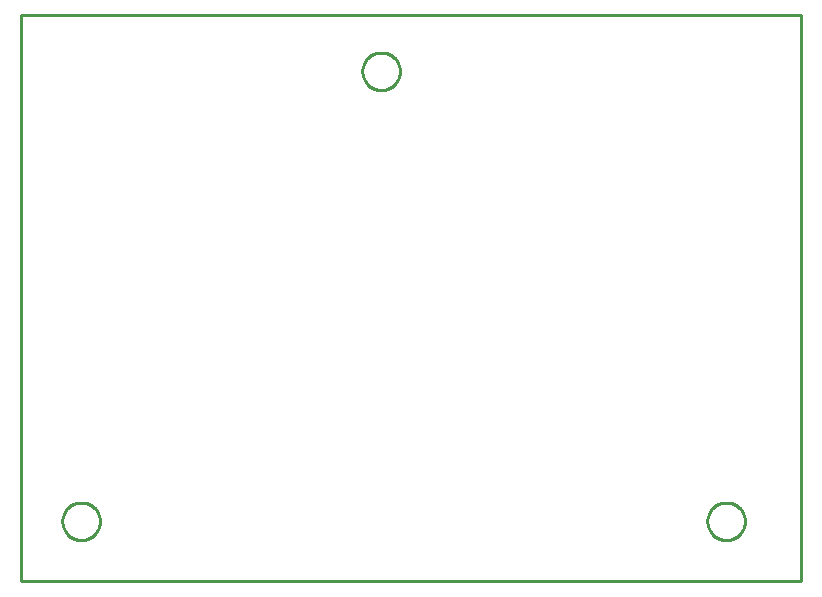
<source format=gbr>
G04 EAGLE Gerber RS-274X export*
G75*
%MOMM*%
%FSLAX34Y34*%
%LPD*%
%IN*%
%IPPOS*%
%AMOC8*
5,1,8,0,0,1.08239X$1,22.5*%
G01*
%ADD10C,0.254000*%


D10*
X0Y114300D02*
X660200Y114300D01*
X660200Y593600D01*
X0Y593600D01*
X0Y114300D01*
X320675Y545580D02*
X320607Y544543D01*
X320471Y543513D01*
X320269Y542493D01*
X320000Y541489D01*
X319665Y540505D01*
X319268Y539545D01*
X318808Y538613D01*
X318288Y537712D01*
X317711Y536848D01*
X317078Y536024D01*
X316393Y535242D01*
X315658Y534507D01*
X314876Y533822D01*
X314052Y533189D01*
X313188Y532612D01*
X312287Y532092D01*
X311355Y531632D01*
X310395Y531235D01*
X309411Y530900D01*
X308407Y530631D01*
X307387Y530429D01*
X306357Y530293D01*
X305320Y530225D01*
X304280Y530225D01*
X303243Y530293D01*
X302213Y530429D01*
X301193Y530631D01*
X300189Y530900D01*
X299205Y531235D01*
X298245Y531632D01*
X297313Y532092D01*
X296412Y532612D01*
X295548Y533189D01*
X294724Y533822D01*
X293942Y534507D01*
X293207Y535242D01*
X292522Y536024D01*
X291889Y536848D01*
X291312Y537712D01*
X290792Y538613D01*
X290332Y539545D01*
X289935Y540505D01*
X289600Y541489D01*
X289331Y542493D01*
X289129Y543513D01*
X288993Y544543D01*
X288925Y545580D01*
X288925Y546620D01*
X288993Y547657D01*
X289129Y548687D01*
X289331Y549707D01*
X289600Y550711D01*
X289935Y551695D01*
X290332Y552655D01*
X290792Y553587D01*
X291312Y554488D01*
X291889Y555352D01*
X292522Y556176D01*
X293207Y556958D01*
X293942Y557693D01*
X294724Y558378D01*
X295548Y559011D01*
X296412Y559588D01*
X297313Y560108D01*
X298245Y560568D01*
X299205Y560965D01*
X300189Y561300D01*
X301193Y561569D01*
X302213Y561771D01*
X303243Y561907D01*
X304280Y561975D01*
X305320Y561975D01*
X306357Y561907D01*
X307387Y561771D01*
X308407Y561569D01*
X309411Y561300D01*
X310395Y560965D01*
X311355Y560568D01*
X312287Y560108D01*
X313188Y559588D01*
X314052Y559011D01*
X314876Y558378D01*
X315658Y557693D01*
X316393Y556958D01*
X317078Y556176D01*
X317711Y555352D01*
X318288Y554488D01*
X318808Y553587D01*
X319268Y552655D01*
X319665Y551695D01*
X320000Y550711D01*
X320269Y549707D01*
X320471Y548687D01*
X320607Y547657D01*
X320675Y546620D01*
X320675Y545580D01*
X66675Y164580D02*
X66607Y163543D01*
X66471Y162513D01*
X66269Y161493D01*
X66000Y160489D01*
X65665Y159505D01*
X65268Y158545D01*
X64808Y157613D01*
X64288Y156712D01*
X63711Y155848D01*
X63078Y155024D01*
X62393Y154242D01*
X61658Y153507D01*
X60876Y152822D01*
X60052Y152189D01*
X59188Y151612D01*
X58287Y151092D01*
X57355Y150632D01*
X56395Y150235D01*
X55411Y149900D01*
X54407Y149631D01*
X53387Y149429D01*
X52357Y149293D01*
X51320Y149225D01*
X50280Y149225D01*
X49243Y149293D01*
X48213Y149429D01*
X47193Y149631D01*
X46189Y149900D01*
X45205Y150235D01*
X44245Y150632D01*
X43313Y151092D01*
X42412Y151612D01*
X41548Y152189D01*
X40724Y152822D01*
X39942Y153507D01*
X39207Y154242D01*
X38522Y155024D01*
X37889Y155848D01*
X37312Y156712D01*
X36792Y157613D01*
X36332Y158545D01*
X35935Y159505D01*
X35600Y160489D01*
X35331Y161493D01*
X35129Y162513D01*
X34993Y163543D01*
X34925Y164580D01*
X34925Y165620D01*
X34993Y166657D01*
X35129Y167687D01*
X35331Y168707D01*
X35600Y169711D01*
X35935Y170695D01*
X36332Y171655D01*
X36792Y172587D01*
X37312Y173488D01*
X37889Y174352D01*
X38522Y175176D01*
X39207Y175958D01*
X39942Y176693D01*
X40724Y177378D01*
X41548Y178011D01*
X42412Y178588D01*
X43313Y179108D01*
X44245Y179568D01*
X45205Y179965D01*
X46189Y180300D01*
X47193Y180569D01*
X48213Y180771D01*
X49243Y180907D01*
X50280Y180975D01*
X51320Y180975D01*
X52357Y180907D01*
X53387Y180771D01*
X54407Y180569D01*
X55411Y180300D01*
X56395Y179965D01*
X57355Y179568D01*
X58287Y179108D01*
X59188Y178588D01*
X60052Y178011D01*
X60876Y177378D01*
X61658Y176693D01*
X62393Y175958D01*
X63078Y175176D01*
X63711Y174352D01*
X64288Y173488D01*
X64808Y172587D01*
X65268Y171655D01*
X65665Y170695D01*
X66000Y169711D01*
X66269Y168707D01*
X66471Y167687D01*
X66607Y166657D01*
X66675Y165620D01*
X66675Y164580D01*
X612775Y164580D02*
X612707Y163543D01*
X612571Y162513D01*
X612369Y161493D01*
X612100Y160489D01*
X611765Y159505D01*
X611368Y158545D01*
X610908Y157613D01*
X610388Y156712D01*
X609811Y155848D01*
X609178Y155024D01*
X608493Y154242D01*
X607758Y153507D01*
X606976Y152822D01*
X606152Y152189D01*
X605288Y151612D01*
X604387Y151092D01*
X603455Y150632D01*
X602495Y150235D01*
X601511Y149900D01*
X600507Y149631D01*
X599487Y149429D01*
X598457Y149293D01*
X597420Y149225D01*
X596380Y149225D01*
X595343Y149293D01*
X594313Y149429D01*
X593293Y149631D01*
X592289Y149900D01*
X591305Y150235D01*
X590345Y150632D01*
X589413Y151092D01*
X588512Y151612D01*
X587648Y152189D01*
X586824Y152822D01*
X586042Y153507D01*
X585307Y154242D01*
X584622Y155024D01*
X583989Y155848D01*
X583412Y156712D01*
X582892Y157613D01*
X582432Y158545D01*
X582035Y159505D01*
X581700Y160489D01*
X581431Y161493D01*
X581229Y162513D01*
X581093Y163543D01*
X581025Y164580D01*
X581025Y165620D01*
X581093Y166657D01*
X581229Y167687D01*
X581431Y168707D01*
X581700Y169711D01*
X582035Y170695D01*
X582432Y171655D01*
X582892Y172587D01*
X583412Y173488D01*
X583989Y174352D01*
X584622Y175176D01*
X585307Y175958D01*
X586042Y176693D01*
X586824Y177378D01*
X587648Y178011D01*
X588512Y178588D01*
X589413Y179108D01*
X590345Y179568D01*
X591305Y179965D01*
X592289Y180300D01*
X593293Y180569D01*
X594313Y180771D01*
X595343Y180907D01*
X596380Y180975D01*
X597420Y180975D01*
X598457Y180907D01*
X599487Y180771D01*
X600507Y180569D01*
X601511Y180300D01*
X602495Y179965D01*
X603455Y179568D01*
X604387Y179108D01*
X605288Y178588D01*
X606152Y178011D01*
X606976Y177378D01*
X607758Y176693D01*
X608493Y175958D01*
X609178Y175176D01*
X609811Y174352D01*
X610388Y173488D01*
X610908Y172587D01*
X611368Y171655D01*
X611765Y170695D01*
X612100Y169711D01*
X612369Y168707D01*
X612571Y167687D01*
X612707Y166657D01*
X612775Y165620D01*
X612775Y164580D01*
M02*

</source>
